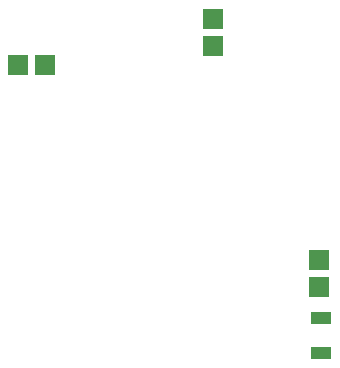
<source format=gtp>
G04*
G04 #@! TF.GenerationSoftware,Altium Limited,Altium Designer,19.0.10 (269)*
G04*
G04 Layer_Color=8421504*
%FSLAX25Y25*%
%MOIN*%
G70*
G01*
G75*
%ADD16R,0.07087X0.04134*%
%ADD17R,0.06890X0.06693*%
%ADD18R,0.06693X0.06890*%
D16*
X162000Y72905D02*
D03*
Y61094D02*
D03*
D17*
X161393Y92016D02*
D03*
Y82961D02*
D03*
X126000Y163500D02*
D03*
Y172555D02*
D03*
D18*
X61036Y157000D02*
D03*
X70091D02*
D03*
M02*

</source>
